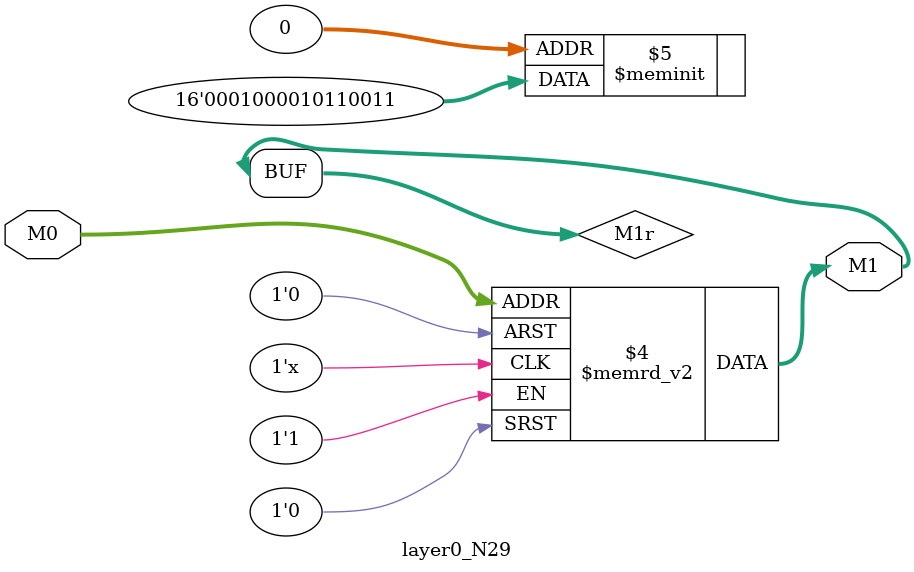
<source format=v>
module layer0_N29 ( input [2:0] M0, output [1:0] M1 );

	(*rom_style = "distributed" *) reg [1:0] M1r;
	assign M1 = M1r;
	always @ (M0) begin
		case (M0)
			3'b000: M1r = 2'b11;
			3'b100: M1r = 2'b00;
			3'b010: M1r = 2'b11;
			3'b110: M1r = 2'b01;
			3'b001: M1r = 2'b00;
			3'b101: M1r = 2'b00;
			3'b011: M1r = 2'b10;
			3'b111: M1r = 2'b00;

		endcase
	end
endmodule

</source>
